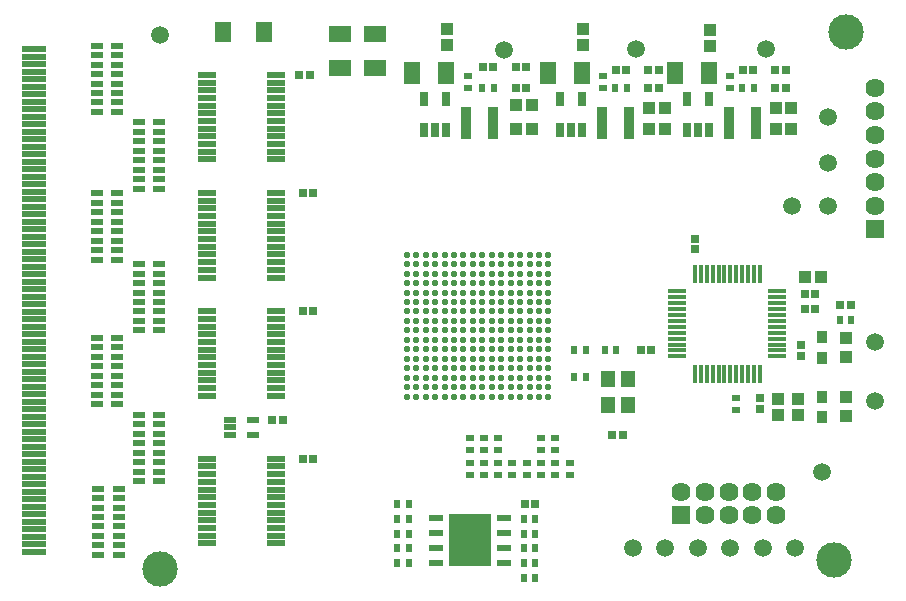
<source format=gts>
G04*
G04 #@! TF.GenerationSoftware,Altium Limited,Altium Designer,24.4.1 (13)*
G04*
G04 Layer_Color=8388736*
%FSLAX44Y44*%
%MOMM*%
G71*
G04*
G04 #@! TF.SameCoordinates,4536C672-4AD0-40D2-8A8E-5A20E6426CBC*
G04*
G04*
G04 #@! TF.FilePolarity,Negative*
G04*
G01*
G75*
%ADD39C,1.5200*%
%ADD40R,0.6200X0.7200*%
%ADD41R,0.7200X0.7600*%
%ADD42R,1.0200X1.1200*%
%ADD43R,1.5950X0.5700*%
%ADD44R,0.4200X1.5950*%
%ADD45R,1.5950X0.4200*%
%ADD46R,0.7200X0.6200*%
%ADD47C,0.5400*%
%ADD48R,0.7200X1.2700*%
%ADD49R,0.9200X2.8200*%
%ADD50R,1.1700X0.5700*%
%ADD51R,3.5700X4.4700*%
%ADD52R,1.3700X1.7700*%
%ADD53R,1.1200X0.5200*%
%ADD54R,1.0200X0.5700*%
%ADD55R,1.1200X1.0200*%
%ADD56R,1.9200X1.4200*%
%ADD57R,1.4200X1.9200*%
%ADD58R,0.9200X1.0200*%
%ADD59C,3.0000*%
%ADD60R,0.7600X0.7200*%
%ADD61R,1.0700X1.0200*%
%ADD62R,2.1200X0.5000*%
%ADD63R,1.2200X1.4200*%
%ADD64C,1.6200*%
%ADD65R,1.6200X1.6200*%
D39*
X722500Y682500D02*
D03*
X925000Y435000D02*
D03*
X832500Y682500D02*
D03*
X611000Y682000D02*
D03*
X320000Y695000D02*
D03*
X925000Y385000D02*
D03*
X880000Y325000D02*
D03*
X720000Y260000D02*
D03*
X885000Y625000D02*
D03*
Y586000D02*
D03*
X855000Y550000D02*
D03*
X885000D02*
D03*
X857500Y260000D02*
D03*
X830000D02*
D03*
X802500D02*
D03*
X775000D02*
D03*
X747500D02*
D03*
D40*
X520000Y272500D02*
D03*
X530000D02*
D03*
X520000Y297500D02*
D03*
X530000D02*
D03*
X637500Y272500D02*
D03*
X627500D02*
D03*
X637500Y247500D02*
D03*
X627500D02*
D03*
X670000Y405000D02*
D03*
X680000D02*
D03*
X670000Y428000D02*
D03*
X680000D02*
D03*
X706000D02*
D03*
X696000D02*
D03*
X637500Y285000D02*
D03*
X627500D02*
D03*
X530000Y247500D02*
D03*
X520000D02*
D03*
X627500Y235000D02*
D03*
X637500D02*
D03*
X530000Y260000D02*
D03*
X520000D02*
D03*
X895000Y453000D02*
D03*
X905000D02*
D03*
X627500Y260000D02*
D03*
X637500D02*
D03*
X530000Y285000D02*
D03*
X520000D02*
D03*
X812500Y650000D02*
D03*
X822500D02*
D03*
X705000D02*
D03*
X715000D02*
D03*
X592500D02*
D03*
X602500D02*
D03*
D41*
X702600Y356000D02*
D03*
X711400D02*
D03*
X637500Y297500D02*
D03*
X628700D02*
D03*
X593100Y667500D02*
D03*
X601900D02*
D03*
X414600Y369000D02*
D03*
X423400D02*
D03*
X620600Y650000D02*
D03*
X629400D02*
D03*
Y667500D02*
D03*
X620600D02*
D03*
X874400Y462500D02*
D03*
X865600D02*
D03*
X904400Y466000D02*
D03*
X895600D02*
D03*
X449400Y461000D02*
D03*
X440600D02*
D03*
X449400Y336000D02*
D03*
X440600D02*
D03*
X714400Y665000D02*
D03*
X705600D02*
D03*
X741900D02*
D03*
X733100D02*
D03*
X741900Y650000D02*
D03*
X733100D02*
D03*
X865600Y475000D02*
D03*
X874400D02*
D03*
X840600Y665000D02*
D03*
X849400D02*
D03*
X840600Y650000D02*
D03*
X849400D02*
D03*
X821900Y665000D02*
D03*
X813100D02*
D03*
X735400Y428000D02*
D03*
X726600D02*
D03*
X440600Y561000D02*
D03*
X449400D02*
D03*
X437600Y661000D02*
D03*
X446400D02*
D03*
D42*
X879250Y490000D02*
D03*
X865750D02*
D03*
X854250Y615000D02*
D03*
X840750D02*
D03*
X634250Y635000D02*
D03*
X620750D02*
D03*
X854250Y632500D02*
D03*
X840750D02*
D03*
X733250Y615000D02*
D03*
X746750D02*
D03*
X733250Y632500D02*
D03*
X746750D02*
D03*
X634250Y615000D02*
D03*
X620750D02*
D03*
D43*
X359120Y460750D02*
D03*
Y454250D02*
D03*
Y447750D02*
D03*
Y441250D02*
D03*
Y434750D02*
D03*
Y428250D02*
D03*
Y421750D02*
D03*
Y415250D02*
D03*
Y408750D02*
D03*
Y402250D02*
D03*
Y395750D02*
D03*
Y389250D02*
D03*
X417880D02*
D03*
Y395750D02*
D03*
Y402250D02*
D03*
Y408750D02*
D03*
Y415250D02*
D03*
Y421750D02*
D03*
Y428250D02*
D03*
Y434750D02*
D03*
Y441250D02*
D03*
Y447750D02*
D03*
Y454250D02*
D03*
Y460750D02*
D03*
X359120Y335750D02*
D03*
Y329250D02*
D03*
Y322750D02*
D03*
Y316250D02*
D03*
Y309750D02*
D03*
Y303250D02*
D03*
Y296750D02*
D03*
Y290250D02*
D03*
Y283750D02*
D03*
Y277250D02*
D03*
Y270750D02*
D03*
Y264250D02*
D03*
X417880D02*
D03*
Y270750D02*
D03*
Y277250D02*
D03*
Y283750D02*
D03*
Y290250D02*
D03*
Y296750D02*
D03*
Y303250D02*
D03*
Y309750D02*
D03*
Y316250D02*
D03*
Y322750D02*
D03*
Y329250D02*
D03*
Y335750D02*
D03*
X359120Y660750D02*
D03*
Y654250D02*
D03*
Y647750D02*
D03*
Y641250D02*
D03*
Y634750D02*
D03*
Y628250D02*
D03*
Y621750D02*
D03*
Y615250D02*
D03*
Y608750D02*
D03*
Y602250D02*
D03*
Y595750D02*
D03*
Y589250D02*
D03*
X417880D02*
D03*
Y595750D02*
D03*
Y602250D02*
D03*
Y608750D02*
D03*
Y615250D02*
D03*
Y621750D02*
D03*
Y628250D02*
D03*
Y634750D02*
D03*
Y641250D02*
D03*
Y647750D02*
D03*
Y654250D02*
D03*
Y660750D02*
D03*
X359120Y560750D02*
D03*
Y554250D02*
D03*
Y547750D02*
D03*
Y541250D02*
D03*
Y534750D02*
D03*
Y528250D02*
D03*
Y521750D02*
D03*
Y515250D02*
D03*
Y508750D02*
D03*
Y502250D02*
D03*
Y495750D02*
D03*
Y489250D02*
D03*
X417880D02*
D03*
Y495750D02*
D03*
Y502250D02*
D03*
Y508750D02*
D03*
Y515250D02*
D03*
Y521750D02*
D03*
Y528250D02*
D03*
Y534750D02*
D03*
Y541250D02*
D03*
Y547750D02*
D03*
Y554250D02*
D03*
Y560750D02*
D03*
D44*
X827500Y407620D02*
D03*
X822500D02*
D03*
X817500D02*
D03*
X812500D02*
D03*
X807500D02*
D03*
X802500D02*
D03*
X797500D02*
D03*
X792500D02*
D03*
X787500D02*
D03*
X782500D02*
D03*
X777500D02*
D03*
X772500D02*
D03*
Y492380D02*
D03*
X777500D02*
D03*
X782500D02*
D03*
X787500D02*
D03*
X792500D02*
D03*
X797500D02*
D03*
X802500D02*
D03*
X807500D02*
D03*
X812500D02*
D03*
X817500D02*
D03*
X822500D02*
D03*
X827500D02*
D03*
D45*
X757620Y422500D02*
D03*
Y427500D02*
D03*
Y432500D02*
D03*
Y437500D02*
D03*
Y442500D02*
D03*
Y447500D02*
D03*
Y452500D02*
D03*
Y457500D02*
D03*
Y462500D02*
D03*
Y467500D02*
D03*
Y472500D02*
D03*
Y477500D02*
D03*
X842380D02*
D03*
Y472500D02*
D03*
Y467500D02*
D03*
Y462500D02*
D03*
Y457500D02*
D03*
Y452500D02*
D03*
Y447500D02*
D03*
Y442500D02*
D03*
Y437500D02*
D03*
Y432500D02*
D03*
Y427500D02*
D03*
Y422500D02*
D03*
D46*
X807500Y387500D02*
D03*
Y377500D02*
D03*
X695000Y660000D02*
D03*
Y650000D02*
D03*
X802500Y660000D02*
D03*
Y650000D02*
D03*
X642000Y332000D02*
D03*
Y322000D02*
D03*
X618000D02*
D03*
Y332000D02*
D03*
X630000Y322000D02*
D03*
Y332000D02*
D03*
X606000D02*
D03*
Y322000D02*
D03*
X594000Y332000D02*
D03*
Y322000D02*
D03*
X582000Y332000D02*
D03*
Y322000D02*
D03*
X594000Y343000D02*
D03*
Y353000D02*
D03*
X582000D02*
D03*
Y343000D02*
D03*
X606000Y353000D02*
D03*
Y343000D02*
D03*
X642000Y353000D02*
D03*
Y343000D02*
D03*
X654000Y353000D02*
D03*
Y343000D02*
D03*
Y332000D02*
D03*
Y322000D02*
D03*
X667000D02*
D03*
Y332000D02*
D03*
X580000Y650000D02*
D03*
Y660000D02*
D03*
D47*
X592500Y508500D02*
D03*
X600500D02*
D03*
X608500D02*
D03*
X616500D02*
D03*
X624500D02*
D03*
X632500D02*
D03*
X640500D02*
D03*
X592500Y500500D02*
D03*
X600500D02*
D03*
X608500D02*
D03*
X616500D02*
D03*
X624500D02*
D03*
X592500Y492500D02*
D03*
X608500D02*
D03*
X624500D02*
D03*
X592500Y484500D02*
D03*
X608500D02*
D03*
X584500Y476500D02*
D03*
X624500D02*
D03*
X528500Y508500D02*
D03*
X536500D02*
D03*
X544500D02*
D03*
X552500D02*
D03*
X560500D02*
D03*
X568500D02*
D03*
X576500D02*
D03*
X584500D02*
D03*
X648500D02*
D03*
X528500Y500500D02*
D03*
X536500D02*
D03*
X544500D02*
D03*
X552500D02*
D03*
X560500D02*
D03*
X568500D02*
D03*
X576500D02*
D03*
X584500D02*
D03*
X632500D02*
D03*
X640500D02*
D03*
X648500D02*
D03*
X528500Y492500D02*
D03*
X536500D02*
D03*
X544500D02*
D03*
X552500D02*
D03*
X560500D02*
D03*
X568500D02*
D03*
X576500D02*
D03*
X584500D02*
D03*
X600500D02*
D03*
X616500D02*
D03*
X632500D02*
D03*
X640500D02*
D03*
X648500D02*
D03*
X528500Y484500D02*
D03*
X536500D02*
D03*
X544500D02*
D03*
X552500D02*
D03*
X560500D02*
D03*
X568500D02*
D03*
X576500D02*
D03*
X584500D02*
D03*
X600500D02*
D03*
X616500D02*
D03*
X624500D02*
D03*
X632500D02*
D03*
X640500D02*
D03*
X648500D02*
D03*
X528500Y476500D02*
D03*
X536500D02*
D03*
X544500D02*
D03*
X552500D02*
D03*
X560500D02*
D03*
X568500D02*
D03*
X576500D02*
D03*
X592500D02*
D03*
X600500D02*
D03*
X608500D02*
D03*
X616500D02*
D03*
X632500D02*
D03*
X640500D02*
D03*
X648500D02*
D03*
X528500Y468500D02*
D03*
X536500D02*
D03*
X544500D02*
D03*
X552500D02*
D03*
X560500D02*
D03*
X568500D02*
D03*
X576500D02*
D03*
X584500D02*
D03*
X592500D02*
D03*
X600500D02*
D03*
X608500D02*
D03*
X616500D02*
D03*
X624500D02*
D03*
X632500D02*
D03*
X640500D02*
D03*
X648500D02*
D03*
X528500Y460500D02*
D03*
X536500D02*
D03*
X544500D02*
D03*
X552500D02*
D03*
X560500D02*
D03*
X568500D02*
D03*
X576500D02*
D03*
X584500D02*
D03*
X592500D02*
D03*
X600500D02*
D03*
X608500D02*
D03*
X616500D02*
D03*
X624500D02*
D03*
X632500D02*
D03*
X640500D02*
D03*
X648500D02*
D03*
X528500Y452500D02*
D03*
X536500D02*
D03*
X544500D02*
D03*
X552500D02*
D03*
X560500D02*
D03*
X568500D02*
D03*
X576500D02*
D03*
X584500D02*
D03*
X592500D02*
D03*
X600500D02*
D03*
X608500D02*
D03*
X616500D02*
D03*
X624500D02*
D03*
X632500D02*
D03*
X640500D02*
D03*
X648500D02*
D03*
X528500Y444500D02*
D03*
X536500D02*
D03*
X544500D02*
D03*
X552500D02*
D03*
X560500D02*
D03*
X568500D02*
D03*
X576500D02*
D03*
X584500D02*
D03*
X592500D02*
D03*
X600500D02*
D03*
X608500D02*
D03*
X616500D02*
D03*
X624500D02*
D03*
X632500D02*
D03*
X640500D02*
D03*
X648500D02*
D03*
X528500Y436500D02*
D03*
X536500D02*
D03*
X544500D02*
D03*
X552500D02*
D03*
X560500D02*
D03*
X568500D02*
D03*
X576500D02*
D03*
X584500D02*
D03*
X592500D02*
D03*
X600500D02*
D03*
X608500D02*
D03*
X616500D02*
D03*
X624500D02*
D03*
X632500D02*
D03*
X640500D02*
D03*
X648500D02*
D03*
X528500Y428500D02*
D03*
X536500D02*
D03*
X544500D02*
D03*
X552500D02*
D03*
X560500D02*
D03*
X568500D02*
D03*
X576500D02*
D03*
X584500D02*
D03*
X592500D02*
D03*
X600500D02*
D03*
X608500D02*
D03*
X616500D02*
D03*
X624500D02*
D03*
X632500D02*
D03*
X640500D02*
D03*
X648500D02*
D03*
X528500Y420500D02*
D03*
X536500D02*
D03*
X544500D02*
D03*
X552500D02*
D03*
X560500D02*
D03*
X568500D02*
D03*
X576500D02*
D03*
X584500D02*
D03*
X592500D02*
D03*
X600500D02*
D03*
X608500D02*
D03*
X616500D02*
D03*
X624500D02*
D03*
X632500D02*
D03*
X640500D02*
D03*
X648500D02*
D03*
X528500Y412500D02*
D03*
X536500D02*
D03*
X544500D02*
D03*
X552500D02*
D03*
X560500D02*
D03*
X568500D02*
D03*
X576500D02*
D03*
X584500D02*
D03*
X592500D02*
D03*
X600500D02*
D03*
X608500D02*
D03*
X616500D02*
D03*
X624500D02*
D03*
X632500D02*
D03*
X640500D02*
D03*
X648500D02*
D03*
X528500Y404500D02*
D03*
X536500D02*
D03*
X544500D02*
D03*
X552500D02*
D03*
X560500D02*
D03*
X568500D02*
D03*
X576500D02*
D03*
X584500D02*
D03*
X592500D02*
D03*
X600500D02*
D03*
X608500D02*
D03*
X616500D02*
D03*
X624500D02*
D03*
X632500D02*
D03*
X640500D02*
D03*
X648500D02*
D03*
X528500Y396500D02*
D03*
X536500D02*
D03*
X544500D02*
D03*
X552500D02*
D03*
X560500D02*
D03*
X568500D02*
D03*
X576500D02*
D03*
X584500D02*
D03*
X592500D02*
D03*
X600500D02*
D03*
X608500D02*
D03*
X616500D02*
D03*
X624500D02*
D03*
X632500D02*
D03*
X640500D02*
D03*
X648500D02*
D03*
X528500Y388500D02*
D03*
X536500D02*
D03*
X544500D02*
D03*
X552500D02*
D03*
X560500D02*
D03*
X568500D02*
D03*
X576500D02*
D03*
X584500D02*
D03*
X592500D02*
D03*
X600500D02*
D03*
X608500D02*
D03*
X616500D02*
D03*
X624500D02*
D03*
X632500D02*
D03*
X640500D02*
D03*
X648500D02*
D03*
D48*
X543000Y640500D02*
D03*
X562000D02*
D03*
Y614500D02*
D03*
X552500D02*
D03*
X543000D02*
D03*
X658000Y640500D02*
D03*
X677000D02*
D03*
Y614500D02*
D03*
X667500D02*
D03*
X658000D02*
D03*
X765500Y640500D02*
D03*
X784500D02*
D03*
Y614500D02*
D03*
X775000D02*
D03*
X765500D02*
D03*
D49*
X824000Y620000D02*
D03*
X801000D02*
D03*
X693500D02*
D03*
X716500D02*
D03*
X578500D02*
D03*
X601500D02*
D03*
D50*
X553500Y286050D02*
D03*
Y273350D02*
D03*
Y260650D02*
D03*
Y247950D02*
D03*
X610500D02*
D03*
Y260650D02*
D03*
Y273350D02*
D03*
Y286050D02*
D03*
D51*
X582000Y267000D02*
D03*
D52*
X372750Y697500D02*
D03*
X407250D02*
D03*
D53*
X378500Y369000D02*
D03*
Y362500D02*
D03*
Y356000D02*
D03*
X398500D02*
D03*
Y369000D02*
D03*
D54*
X284500Y254500D02*
D03*
Y262500D02*
D03*
Y278500D02*
D03*
Y270500D02*
D03*
Y294500D02*
D03*
Y310500D02*
D03*
Y302500D02*
D03*
Y286500D02*
D03*
X267500D02*
D03*
Y302500D02*
D03*
Y310500D02*
D03*
Y294500D02*
D03*
Y270500D02*
D03*
Y278500D02*
D03*
Y262500D02*
D03*
Y254500D02*
D03*
X318500Y317000D02*
D03*
Y325000D02*
D03*
Y341000D02*
D03*
Y333000D02*
D03*
Y357000D02*
D03*
Y373000D02*
D03*
Y365000D02*
D03*
Y349000D02*
D03*
X301500D02*
D03*
Y365000D02*
D03*
Y373000D02*
D03*
Y357000D02*
D03*
Y333000D02*
D03*
Y341000D02*
D03*
Y325000D02*
D03*
Y317000D02*
D03*
X283500Y382000D02*
D03*
Y390000D02*
D03*
Y406000D02*
D03*
Y398000D02*
D03*
Y422000D02*
D03*
Y438000D02*
D03*
Y430000D02*
D03*
Y414000D02*
D03*
X266500D02*
D03*
Y430000D02*
D03*
Y438000D02*
D03*
Y422000D02*
D03*
Y398000D02*
D03*
Y406000D02*
D03*
Y390000D02*
D03*
Y382000D02*
D03*
X318500Y444500D02*
D03*
Y452500D02*
D03*
Y468500D02*
D03*
Y460500D02*
D03*
Y484500D02*
D03*
Y500500D02*
D03*
Y492500D02*
D03*
Y476500D02*
D03*
X301500D02*
D03*
Y492500D02*
D03*
Y500500D02*
D03*
Y484500D02*
D03*
Y460500D02*
D03*
Y468500D02*
D03*
Y452500D02*
D03*
Y444500D02*
D03*
X283500Y504500D02*
D03*
Y512500D02*
D03*
Y528500D02*
D03*
Y520500D02*
D03*
Y544500D02*
D03*
Y560500D02*
D03*
Y552500D02*
D03*
Y536500D02*
D03*
X266500D02*
D03*
Y552500D02*
D03*
Y560500D02*
D03*
Y544500D02*
D03*
Y520500D02*
D03*
Y528500D02*
D03*
Y512500D02*
D03*
Y504500D02*
D03*
X318500Y564500D02*
D03*
Y572500D02*
D03*
Y588500D02*
D03*
Y580500D02*
D03*
Y604500D02*
D03*
Y620500D02*
D03*
Y612500D02*
D03*
Y596500D02*
D03*
X301500D02*
D03*
Y612500D02*
D03*
Y620500D02*
D03*
Y604500D02*
D03*
Y580500D02*
D03*
Y588500D02*
D03*
Y572500D02*
D03*
Y564500D02*
D03*
X283500Y629500D02*
D03*
Y637500D02*
D03*
Y653500D02*
D03*
Y645500D02*
D03*
Y669500D02*
D03*
Y685500D02*
D03*
Y677500D02*
D03*
Y661500D02*
D03*
X266500D02*
D03*
Y677500D02*
D03*
Y685500D02*
D03*
Y669500D02*
D03*
Y645500D02*
D03*
Y653500D02*
D03*
Y637500D02*
D03*
Y629500D02*
D03*
D55*
X677500Y699250D02*
D03*
Y685750D02*
D03*
X785000Y685000D02*
D03*
Y698500D02*
D03*
X842500Y373250D02*
D03*
Y386750D02*
D03*
X860000Y373250D02*
D03*
Y386750D02*
D03*
X562500Y685750D02*
D03*
Y699250D02*
D03*
D56*
X502000Y695500D02*
D03*
Y666500D02*
D03*
X472000Y695500D02*
D03*
Y666500D02*
D03*
D57*
X755500Y662500D02*
D03*
X784500D02*
D03*
X648000D02*
D03*
X677000D02*
D03*
X533000D02*
D03*
X562000D02*
D03*
D58*
X880000Y371500D02*
D03*
Y388500D02*
D03*
Y421500D02*
D03*
Y438500D02*
D03*
D59*
X320000Y242500D02*
D03*
X900000Y697500D02*
D03*
X890000Y250000D02*
D03*
D60*
X827500Y386900D02*
D03*
Y378100D02*
D03*
X772500Y513100D02*
D03*
Y521900D02*
D03*
X862500Y423100D02*
D03*
Y431900D02*
D03*
D61*
X900000Y372000D02*
D03*
Y388000D02*
D03*
Y422000D02*
D03*
Y438000D02*
D03*
D62*
X213000Y644625D02*
D03*
Y638275D02*
D03*
Y631925D02*
D03*
Y625575D02*
D03*
Y682725D02*
D03*
Y670025D02*
D03*
Y657325D02*
D03*
Y619225D02*
D03*
Y606525D02*
D03*
Y593825D02*
D03*
Y581125D02*
D03*
Y568425D02*
D03*
Y555725D02*
D03*
Y543025D02*
D03*
Y530325D02*
D03*
Y517625D02*
D03*
Y504925D02*
D03*
Y492225D02*
D03*
Y479525D02*
D03*
Y466825D02*
D03*
Y454125D02*
D03*
Y441425D02*
D03*
Y428725D02*
D03*
Y416025D02*
D03*
Y403325D02*
D03*
Y390625D02*
D03*
Y377925D02*
D03*
Y365225D02*
D03*
Y352525D02*
D03*
Y339825D02*
D03*
Y327125D02*
D03*
Y314425D02*
D03*
Y301725D02*
D03*
Y289025D02*
D03*
Y276325D02*
D03*
Y263625D02*
D03*
Y676375D02*
D03*
Y663675D02*
D03*
Y650975D02*
D03*
Y612875D02*
D03*
Y600175D02*
D03*
Y587475D02*
D03*
Y574775D02*
D03*
Y562075D02*
D03*
Y549375D02*
D03*
Y536675D02*
D03*
Y523975D02*
D03*
Y511275D02*
D03*
Y498575D02*
D03*
Y485875D02*
D03*
Y473175D02*
D03*
Y460475D02*
D03*
Y447775D02*
D03*
Y435075D02*
D03*
Y422375D02*
D03*
Y409675D02*
D03*
Y396975D02*
D03*
Y384275D02*
D03*
Y371575D02*
D03*
Y358875D02*
D03*
Y346175D02*
D03*
Y333475D02*
D03*
Y320775D02*
D03*
Y308075D02*
D03*
Y295375D02*
D03*
Y282675D02*
D03*
Y269975D02*
D03*
Y257275D02*
D03*
D63*
X716000Y381500D02*
D03*
X699000D02*
D03*
X716000Y403500D02*
D03*
X699000D02*
D03*
D64*
X925000Y590000D02*
D03*
Y610000D02*
D03*
Y630000D02*
D03*
Y550000D02*
D03*
Y570000D02*
D03*
Y650000D02*
D03*
X761000Y308000D02*
D03*
X781000Y288000D02*
D03*
Y308000D02*
D03*
X801000Y288000D02*
D03*
Y308000D02*
D03*
X821000Y288000D02*
D03*
Y308000D02*
D03*
X841000Y288000D02*
D03*
Y308000D02*
D03*
D65*
X925000Y530000D02*
D03*
X761000Y288000D02*
D03*
M02*

</source>
